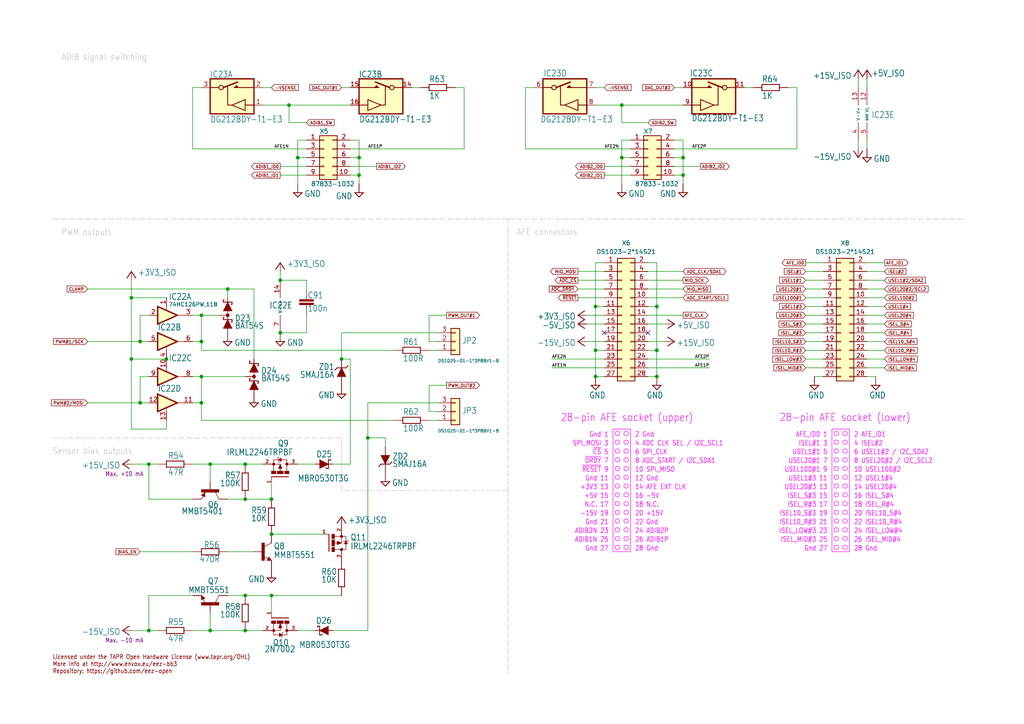
<source format=kicad_sch>
(kicad_sch (version 20230121) (generator eeschema)
  (paper "A4")
  (title_block (title "EEZ DIB MIO168") (date "2024-01-19") (rev "r3B1") (company "Envox d.o.o.") (comment 1 "https://www.envox.eu"))
  (junction (at 60.96 182.88))
  (junction (at 198.12 50.8))
  (junction (at 81.28 96.52))
  (junction (at 104.14 50.8))
  (junction (at 60.96 134.62))
  (junction (at 78.74 154.94))
  (junction (at 71.12 134.62))
  (junction (at 190.5 88.9))
  (junction (at 86.36 45.72))
  (junction (at 172.72 109.22))
  (junction (at 83.82 30.48))
  (junction (at 66.04 83.82))
  (junction (at 43.18 134.62))
  (junction (at 71.12 182.88))
  (junction (at 58.42 116.84))
  (junction (at 48.26 104.14))
  (junction (at 71.12 172.72))
  (junction (at 43.18 182.88))
  (junction (at 198.12 45.72))
  (junction (at 180.34 30.48))
  (junction (at 99.06 104.14))
  (junction (at 40.64 116.84))
  (junction (at 38.1 104.14))
  (junction (at 180.34 45.72))
  (junction (at 58.42 109.22))
  (junction (at 190.5 101.6))
  (junction (at 172.72 88.9))
  (junction (at 190.5 109.22))
  (junction (at 106.68 127))
  (junction (at 78.74 172.72))
  (junction (at 58.42 91.44))
  (junction (at 38.1 86.36))
  (junction (at 172.72 101.6))
  (junction (at 104.14 45.72))
  (junction (at 81.28 81.28))
  (junction (at 40.64 99.06))
  (junction (at 78.74 144.78))
  (junction (at 71.12 144.78))
  (junction (at 58.42 99.06))
  (no_connect (at 175.26 96.52))
  (no_connect (at 187.96 96.52))
  (wire (pts (xy 251.46 101.6) (xy 256.54 101.6)) (stroke (width 0.1524)))
  (wire (pts (xy 175.26 78.74) (xy 167.64 78.74)) (stroke (width 0.1524)))
  (wire (pts (xy 99.06 96.52) (xy 99.06 104.14)) (stroke (width 0.1524)))
  (wire (pts (xy 238.76 86.36) (xy 233.68 86.36)) (stroke (width 0.1524)))
  (wire (pts (xy 55.88 172.72) (xy 43.18 172.72)) (stroke (width 0.1524)))
  (wire (pts (xy 231.14 25.4) (xy 231.14 43.18)) (stroke (width 0.1524)))
  (wire (pts (xy 55.88 116.84) (xy 58.42 116.84)) (stroke (width 0.1524)))
  (wire (pts (xy 76.2 30.48) (xy 83.82 30.48)) (stroke (width 0.1524)))
  (wire (pts (xy 40.64 99.06) (xy 43.18 99.06)) (stroke (width 0.1524)))
  (wire (pts (xy 60.96 134.62) (xy 55.88 134.62)) (stroke (width 0.1524)))
  (wire (pts (xy 88.9 40.64) (xy 86.36 40.64)) (stroke (width 0.1524)))
  (wire (pts (xy 101.6 48.26) (xy 109.22 48.26)) (stroke (width 0.1524)))
  (wire (pts (xy 63.5 91.44) (xy 58.42 91.44)) (stroke (width 0.1524)))
  (wire (pts (xy 175.26 76.2) (xy 172.72 76.2)) (stroke (width 0.1524)))
  (wire (pts (xy 38.1 104.14) (xy 38.1 86.36)) (stroke (width 0.1524)))
  (wire (pts (xy 248.92 22.86) (xy 248.92 25.4)) (stroke (width 0.1524)))
  (wire (pts (xy 231.14 43.18) (xy 195.58 43.18)) (stroke (width 0.1524)))
  (wire (pts (xy 175.26 83.82) (xy 167.64 83.82)) (stroke (width 0.1524)))
  (wire (pts (xy 238.76 91.44) (xy 233.68 91.44)) (stroke (width 0.1524)))
  (wire (pts (xy 251.46 76.2) (xy 256.54 76.2)) (stroke (width 0.1524)))
  (wire (pts (xy 43.18 134.62) (xy 38.1 134.62)) (stroke (width 0.1524)))
  (wire (pts (xy 38.1 81.28) (xy 38.1 86.36)))
  (wire (pts (xy 187.96 106.68) (xy 205.74 106.68)) (stroke (width 0.1524)))
  (wire (pts (xy 251.46 96.52) (xy 256.54 96.52)) (stroke (width 0.1524)))
  (wire (pts (xy 238.76 81.28) (xy 233.68 81.28)) (stroke (width 0.1524)))
  (wire (pts (xy 175.26 81.28) (xy 167.64 81.28)) (stroke (width 0.1524)))
  (wire (pts (xy 187.96 86.36) (xy 198.12 86.36)) (stroke (width 0.1524)))
  (wire (pts (xy 187.96 76.2) (xy 190.5 76.2)) (stroke (width 0.1524)))
  (wire (pts (xy 101.6 43.18) (xy 134.62 43.18)) (stroke (width 0.1524)))
  (wire (pts (xy 40.64 109.22) (xy 40.64 116.84)) (stroke (width 0.1524)))
  (wire (pts (xy 76.2 134.62) (xy 71.12 134.62)) (stroke (width 0.1524)))
  (wire (pts (xy 25.4 116.84) (xy 40.64 116.84)) (stroke (width 0.1524)))
  (wire (pts (xy 238.76 96.52) (xy 233.68 96.52)) (stroke (width 0.1524)))
  (wire (pts (xy 58.42 101.6) (xy 114.3 101.6)) (stroke (width 0.1524)))
  (wire (pts (xy 106.68 116.84) (xy 106.68 127)) (stroke (width 0.1524)))
  (wire (pts (xy 134.62 25.4) (xy 134.62 43.18)) (stroke (width 0.1524)))
  (wire (pts (xy 83.82 30.48) (xy 83.82 35.56)) (stroke (width 0.1524)))
  (wire (pts (xy 187.96 91.44) (xy 198.12 91.44)) (stroke (width 0.1524)))
  (wire (pts (xy 251.46 78.74) (xy 256.54 78.74)) (stroke (width 0.1524)))
  (wire (pts (xy 251.46 106.68) (xy 256.54 106.68)) (stroke (width 0.1524)))
  (wire (pts (xy 124.46 101.6) (xy 127 101.6)) (stroke (width 0.1524)))
  (wire (pts (xy 187.96 83.82) (xy 198.12 83.82)) (stroke (width 0.1524)))
  (wire (pts (xy 106.68 182.88) (xy 106.68 127)) (stroke (width 0.1524)))
  (wire (pts (xy 58.42 116.84) (xy 58.42 109.22)) (stroke (width 0.1524)))
  (wire (pts (xy 25.4 99.06) (xy 40.64 99.06)) (stroke (width 0.1524)))
  (wire (pts (xy 180.34 40.64) (xy 180.34 45.72)) (stroke (width 0.1524)))
  (wire (pts (xy 195.58 48.26) (xy 203.2 48.26)) (stroke (width 0.1524)))
  (wire (pts (xy 88.9 96.52) (xy 88.9 91.44)) (stroke (width 0.1524)))
  (wire (pts (xy 43.18 172.72) (xy 43.18 182.88)) (stroke (width 0.1524)))
  (wire (pts (xy 231.14 25.4) (xy 228.6 25.4)) (stroke (width 0.1524)))
  (wire (pts (xy 58.42 91.44) (xy 55.88 91.44)) (stroke (width 0.1524)))
  (polyline (pts (xy 147.32 142.24) (xy 147.32 195.58)) (stroke (width 0.1524) (type dash) (color 194 194 194 1)))
  (wire (pts (xy 251.46 83.82) (xy 256.54 83.82)) (stroke (width 0.1524)))
  (wire (pts (xy 127 119.38) (xy 124.46 119.38)) (stroke (width 0.1524)))
  (wire (pts (xy 195.58 40.64) (xy 198.12 40.64)) (stroke (width 0.1524)))
  (wire (pts (xy 251.46 91.44) (xy 256.54 91.44)) (stroke (width 0.1524)))
  (wire (pts (xy 187.96 88.9) (xy 190.5 88.9)) (stroke (width 0.1524)))
  (wire (pts (xy 78.74 144.78) (xy 78.74 139.7)) (stroke (width 0.1524)))
  (wire (pts (xy 198.12 40.64) (xy 198.12 45.72)) (stroke (width 0.1524)))
  (wire (pts (xy 104.14 40.64) (xy 104.14 45.72)) (stroke (width 0.1524)))
  (wire (pts (xy 251.46 88.9) (xy 256.54 88.9)) (stroke (width 0.1524)))
  (polyline (pts (xy 99.06 127) (xy 99.06 142.24)) (stroke (width 0.1524) (type dash) (color 194 194 194 1)))
  (wire (pts (xy 193.04 99.06) (xy 187.96 99.06)) (stroke (width 0.1524)))
  (wire (pts (xy 58.42 116.84) (xy 58.42 121.92)) (stroke (width 0.1524)))
  (wire (pts (xy 78.74 154.94) (xy 93.98 154.94)) (stroke (width 0.1524)))
  (wire (pts (xy 101.6 134.62) (xy 96.52 134.62)) (stroke (width 0.1524)))
  (wire (pts (xy 172.72 25.4) (xy 175.26 25.4)) (stroke (width 0.1524)))
  (wire (pts (xy 71.12 134.62) (xy 60.96 134.62)) (stroke (width 0.1524)))
  (wire (pts (xy 238.76 93.98) (xy 233.68 93.98)) (stroke (width 0.1524)))
  (wire (pts (xy 152.4 43.18) (xy 182.88 43.18)) (stroke (width 0.1524)))
  (wire (pts (xy 99.06 30.48) (xy 101.6 30.48)))
  (wire (pts (xy 55.88 182.88) (xy 60.96 182.88)) (stroke (width 0.1524)))
  (wire (pts (xy 175.26 106.68) (xy 160.02 106.68)) (stroke (width 0.1524)))
  (wire (pts (xy 88.9 81.28) (xy 88.9 83.82)) (stroke (width 0.1524)))
  (wire (pts (xy 251.46 86.36) (xy 256.54 86.36)) (stroke (width 0.1524)))
  (wire (pts (xy 40.64 116.84) (xy 43.18 116.84)) (stroke (width 0.1524)))
  (wire (pts (xy 170.18 99.06) (xy 175.26 99.06)) (stroke (width 0.1524)))
  (wire (pts (xy 71.12 172.72) (xy 78.74 172.72)) (stroke (width 0.1524)))
  (polyline (pts (xy 99.06 127) (xy 15.24 127)) (stroke (width 0.1524) (type dash) (color 194 194 194 1)))
  (wire (pts (xy 187.96 101.6) (xy 190.5 101.6)) (stroke (width 0.1524)))
  (wire (pts (xy 175.26 104.14) (xy 160.02 104.14)) (stroke (width 0.1524)))
  (wire (pts (xy 111.76 129.54) (xy 111.76 127)) (stroke (width 0.1524)))
  (wire (pts (xy 48.26 121.92) (xy 48.26 124.46)) (stroke (width 0.1524)))
  (wire (pts (xy 66.04 83.82) (xy 25.4 83.82)) (stroke (width 0.1524)))
  (wire (pts (xy 71.12 182.88) (xy 60.96 182.88)) (stroke (width 0.1524)))
  (wire (pts (xy 78.74 177.8) (xy 78.74 172.72)) (stroke (width 0.1524)))
  (wire (pts (xy 43.18 182.88) (xy 38.1 182.88)) (stroke (width 0.1524)))
  (wire (pts (xy 66.04 83.82) (xy 66.04 86.36)) (stroke (width 0.1524)))
  (wire (pts (xy 73.66 83.82) (xy 66.04 83.82)) (stroke (width 0.1524)))
  (wire (pts (xy 175.26 101.6) (xy 172.72 101.6)) (stroke (width 0.1524)))
  (wire (pts (xy 238.76 106.68) (xy 233.68 106.68)) (stroke (width 0.1524)))
  (wire (pts (xy 83.82 35.56) (xy 88.9 35.56)) (stroke (width 0.1524)))
  (wire (pts (xy 182.88 40.64) (xy 180.34 40.64)) (stroke (width 0.1524)))
  (wire (pts (xy 104.14 45.72) (xy 104.14 50.8)) (stroke (width 0.1524)))
  (wire (pts (xy 88.9 45.72) (xy 86.36 45.72)) (stroke (width 0.1524)))
  (wire (pts (xy 152.4 25.4) (xy 152.4 43.18)) (stroke (width 0.1524)))
  (wire (pts (xy 55.88 99.06) (xy 58.42 99.06)) (stroke (width 0.1524)))
  (wire (pts (xy 55.88 144.78) (xy 43.18 144.78)) (stroke (width 0.1524)))
  (wire (pts (xy 43.18 134.62) (xy 45.72 134.62)) (stroke (width 0.1524)))
  (wire (pts (xy 124.46 111.76) (xy 124.46 119.38)) (stroke (width 0.1524)))
  (wire (pts (xy 119.38 25.4) (xy 121.92 25.4)) (stroke (width 0.1524)))
  (wire (pts (xy 182.88 50.8) (xy 175.26 50.8)) (stroke (width 0.1524)))
  (wire (pts (xy 154.94 25.4) (xy 152.4 25.4)) (stroke (width 0.1524)))
  (wire (pts (xy 172.72 76.2) (xy 172.72 88.9)) (stroke (width 0.1524)))
  (wire (pts (xy 71.12 144.78) (xy 66.04 144.78)) (stroke (width 0.1524)))
  (wire (pts (xy 48.26 104.14) (xy 38.1 104.14)) (stroke (width 0.1524)))
  (wire (pts (xy 187.96 104.14) (xy 205.74 104.14)) (stroke (width 0.1524)))
  (wire (pts (xy 58.42 101.6) (xy 58.42 99.06)) (stroke (width 0.1524)))
  (wire (pts (xy 218.44 25.4) (xy 215.9 25.4)) (stroke (width 0.1524)))
  (wire (pts (xy 172.72 101.6) (xy 172.72 109.22)) (stroke (width 0.1524)))
  (wire (pts (xy 40.64 160.02) (xy 55.88 160.02)) (stroke (width 0.1524)))
  (wire (pts (xy 180.34 35.56) (xy 187.96 35.56)) (stroke (width 0.1524)))
  (wire (pts (xy 101.6 40.64) (xy 104.14 40.64)) (stroke (width 0.1524)))
  (wire (pts (xy 180.34 30.48) (xy 180.34 35.56)) (stroke (width 0.1524)))
  (wire (pts (xy 48.26 86.36) (xy 38.1 86.36)) (stroke (width 0.1524)))
  (wire (pts (xy 99.06 96.52) (xy 127 96.52)) (stroke (width 0.1524)))
  (wire (pts (xy 58.42 25.4) (xy 55.88 25.4)) (stroke (width 0.1524)))
  (wire (pts (xy 66.04 160.02) (xy 73.66 160.02)) (stroke (width 0.1524)))
  (wire (pts (xy 238.76 99.06) (xy 233.68 99.06)) (stroke (width 0.1524)))
  (polyline (pts (xy 279.4 63.5) (xy 147.32 63.5)) (stroke (width 0.1524) (type dash) (color 194 194 194 1)))
  (wire (pts (xy 43.18 144.78) (xy 43.18 134.62)) (stroke (width 0.1524)))
  (wire (pts (xy 45.72 182.88) (xy 43.18 182.88)) (stroke (width 0.1524)))
  (wire (pts (xy 175.26 86.36) (xy 167.64 86.36)) (stroke (width 0.1524)))
  (wire (pts (xy 190.5 88.9) (xy 190.5 101.6)) (stroke (width 0.1524)))
  (wire (pts (xy 86.36 45.72) (xy 86.36 53.34)) (stroke (width 0.1524)))
  (wire (pts (xy 81.28 81.28) (xy 88.9 81.28)) (stroke (width 0.1524)))
  (wire (pts (xy 187.96 93.98) (xy 193.04 93.98)) (stroke (width 0.1524)))
  (wire (pts (xy 190.5 101.6) (xy 190.5 109.22)) (stroke (width 0.1524)))
  (wire (pts (xy 251.46 99.06) (xy 256.54 99.06)) (stroke (width 0.1524)))
  (wire (pts (xy 88.9 48.26) (xy 81.28 48.26)) (stroke (width 0.1524)))
  (wire (pts (xy 83.82 30.48) (xy 99.06 30.48)) (stroke (width 0.1524)))
  (wire (pts (xy 238.76 83.82) (xy 233.68 83.82)) (stroke (width 0.1524)))
  (wire (pts (xy 101.6 104.14) (xy 101.6 134.62)) (stroke (width 0.1524)))
  (wire (pts (xy 195.58 45.72) (xy 198.12 45.72)) (stroke (width 0.1524)))
  (wire (pts (xy 198.12 50.8) (xy 198.12 53.34)) (stroke (width 0.1524)))
  (wire (pts (xy 88.9 50.8) (xy 81.28 50.8)) (stroke (width 0.1524)))
  (wire (pts (xy 55.88 25.4) (xy 55.88 43.18)) (stroke (width 0.1524)))
  (wire (pts (xy 101.6 45.72) (xy 104.14 45.72)) (stroke (width 0.1524)))
  (wire (pts (xy 251.46 109.22) (xy 254 109.22)) (stroke (width 0.1524)))
  (wire (pts (xy 60.96 139.7) (xy 60.96 134.62)) (stroke (width 0.1524)))
  (wire (pts (xy 180.34 30.48) (xy 198.12 30.48)) (stroke (width 0.1524)))
  (wire (pts (xy 170.18 91.44) (xy 175.26 91.44)) (stroke (width 0.1524)))
  (wire (pts (xy 73.66 104.14) (xy 73.66 83.82)) (stroke (width 0.1524)))
  (wire (pts (xy 251.46 81.28) (xy 256.54 81.28)) (stroke (width 0.1524)))
  (wire (pts (xy 58.42 109.22) (xy 55.88 109.22)) (stroke (width 0.1524)))
  (wire (pts (xy 238.76 78.74) (xy 233.68 78.74)) (stroke (width 0.1524)))
  (wire (pts (xy 172.72 30.48) (xy 180.34 30.48)) (stroke (width 0.1524)))
  (wire (pts (xy 111.76 127) (xy 106.68 127)) (stroke (width 0.1524)))
  (wire (pts (xy 60.96 182.88) (xy 60.96 177.8)) (stroke (width 0.1524)))
  (wire (pts (xy 101.6 50.8) (xy 104.14 50.8)) (stroke (width 0.1524)))
  (wire (pts (xy 55.88 43.18) (xy 88.9 43.18)) (stroke (width 0.1524)))
  (polyline (pts (xy 147.32 63.5) (xy 147.32 142.24)) (stroke (width 0.1524) (type dash) (color 194 194 194 1)))
  (wire (pts (xy 101.6 25.4) (xy 99.06 25.4)) (stroke (width 0.1524)))
  (wire (pts (xy 71.12 172.72) (xy 66.04 172.72)) (stroke (width 0.1524)))
  (wire (pts (xy 76.2 25.4) (xy 78.74 25.4)) (stroke (width 0.1524)))
  (wire (pts (xy 238.76 109.22) (xy 236.22 109.22)) (stroke (width 0.1524)))
  (wire (pts (xy 198.12 25.4) (xy 195.58 25.4)) (stroke (width 0.1524)))
  (wire (pts (xy 129.54 91.44) (xy 124.46 91.44)) (stroke (width 0.1524)))
  (wire (pts (xy 172.72 88.9) (xy 172.72 101.6)) (stroke (width 0.1524)))
  (wire (pts (xy 86.36 134.62) (xy 91.44 134.62)) (stroke (width 0.1524)))
  (wire (pts (xy 238.76 88.9) (xy 233.68 88.9)) (stroke (width 0.1524)))
  (wire (pts (xy 124.46 91.44) (xy 124.46 99.06)) (stroke (width 0.1524)))
  (wire (pts (xy 187.96 109.22) (xy 190.5 109.22)) (stroke (width 0.1524)))
  (wire (pts (xy 76.2 182.88) (xy 71.12 182.88)) (stroke (width 0.1524)))
  (wire (pts (xy 114.3 121.92) (xy 58.42 121.92)) (stroke (width 0.1524)))
  (wire (pts (xy 182.88 48.26) (xy 175.26 48.26)) (stroke (width 0.1524)))
  (wire (pts (xy 127 116.84) (xy 106.68 116.84)) (stroke (width 0.1524)))
  (wire (pts (xy 43.18 109.22) (xy 40.64 109.22)) (stroke (width 0.1524)))
  (wire (pts (xy 124.46 111.76) (xy 129.54 111.76)) (stroke (width 0.1524)))
  (wire (pts (xy 86.36 40.64) (xy 86.36 45.72)) (stroke (width 0.1524)))
  (wire (pts (xy 43.18 91.44) (xy 40.64 91.44)) (stroke (width 0.1524)))
  (wire (pts (xy 238.76 76.2) (xy 233.68 76.2)) (stroke (width 0.1524)))
  (wire (pts (xy 238.76 104.14) (xy 233.68 104.14)) (stroke (width 0.1524)))
  (wire (pts (xy 38.1 104.14) (xy 38.1 124.46)) (stroke (width 0.1524)))
  (wire (pts (xy 170.18 93.98) (xy 175.26 93.98)) (stroke (width 0.1524)))
  (wire (pts (xy 175.26 88.9) (xy 172.72 88.9)) (stroke (width 0.1524)))
  (wire (pts (xy 78.74 144.78) (xy 71.12 144.78)) (stroke (width 0.1524)))
  (wire (pts (xy 195.58 50.8) (xy 198.12 50.8)) (stroke (width 0.1524)))
  (wire (pts (xy 86.36 182.88) (xy 91.44 182.88)) (stroke (width 0.1524)))
  (wire (pts (xy 248.92 43.18) (xy 248.92 40.64)) (stroke (width 0.1524)))
  (wire (pts (xy 251.46 93.98) (xy 256.54 93.98)) (stroke (width 0.1524)))
  (wire (pts (xy 127 121.92) (xy 124.46 121.92)))
  (wire (pts (xy 58.42 99.06) (xy 58.42 91.44)) (stroke (width 0.1524)))
  (wire (pts (xy 251.46 22.86) (xy 251.46 25.4)) (stroke (width 0.1524)))
  (wire (pts (xy 251.46 104.14) (xy 256.54 104.14)) (stroke (width 0.1524)))
  (wire (pts (xy 132.08 25.4) (xy 134.62 25.4)) (stroke (width 0.1524)))
  (wire (pts (xy 71.12 109.22) (xy 58.42 109.22)) (stroke (width 0.1524)))
  (wire (pts (xy 182.88 45.72) (xy 180.34 45.72)) (stroke (width 0.1524)))
  (wire (pts (xy 78.74 172.72) (xy 99.06 172.72)) (stroke (width 0.1524)))
  (wire (pts (xy 190.5 76.2) (xy 190.5 88.9)) (stroke (width 0.1524)))
  (wire (pts (xy 81.28 96.52) (xy 88.9 96.52)) (stroke (width 0.1524)))
  (wire (pts (xy 104.14 50.8) (xy 104.14 53.34)) (stroke (width 0.1524)))
  (wire (pts (xy 187.96 78.74) (xy 198.12 78.74)) (stroke (width 0.1524)))
  (wire (pts (xy 124.46 99.06) (xy 127 99.06)) (stroke (width 0.1524)))
  (wire (pts (xy 40.64 91.44) (xy 40.64 99.06)) (stroke (width 0.1524)))
  (wire (pts (xy 238.76 101.6) (xy 233.68 101.6)) (stroke (width 0.1524)))
  (polyline (pts (xy 147.32 63.5) (xy 15.24 63.5)) (stroke (width 0.1524) (type dash) (color 194 194 194 1)))
  (wire (pts (xy 187.96 81.28) (xy 198.12 81.28)) (stroke (width 0.1524)))
  (wire (pts (xy 81.28 78.74) (xy 81.28 81.28)) (stroke (width 0.1524)))
  (wire (pts (xy 180.34 45.72) (xy 180.34 53.34)) (stroke (width 0.1524)))
  (wire (pts (xy 175.26 109.22) (xy 172.72 109.22)) (stroke (width 0.1524)))
  (wire (pts (xy 251.46 43.18) (xy 251.46 40.64)))
  (wire (pts (xy 198.12 45.72) (xy 198.12 50.8)) (stroke (width 0.1524)))
  (wire (pts (xy 99.06 104.14) (xy 101.6 104.14)) (stroke (width 0.1524)))
  (polyline (pts (xy 147.32 142.24) (xy 99.06 142.24)) (stroke (width 0.1524) (type dash) (color 194 194 194 1)))
  (wire (pts (xy 48.26 124.46) (xy 38.1 124.46)) (stroke (width 0.1524)))
  (wire (pts (xy 96.52 182.88) (xy 106.68 182.88)) (stroke (width 0.1524)))
  (circle (center 242.57 133.35) (radius 0.635) (stroke (width 0.1524) (color 255 0 255 1)))
  (circle (center 245.11 148.59) (radius 0.635) (stroke (width 0.1524) (color 255 0 255 1)))
  (circle (center 245.11 125.73) (radius 0.635) (stroke (width 0.1524) (color 255 0 255 1)))
  (circle (center 179.07 125.73) (radius 0.635) (stroke (width 0.1524) (color 255 0 255 1)))
  (circle (center 181.61 146.05) (radius 0.635) (stroke (width 0.1524) (color 255 0 255 1)))
  (circle (center 179.07 130.81) (radius 0.635) (stroke (width 0.1524) (color 255 0 255 1)))
  (circle (center 179.07 135.89) (radius 0.635) (stroke (width 0.1524) (color 255 0 255 1)))
  (rectangle (start 177.8 124.46) (end 182.88 160.02) (stroke (width 0) (color 255 0 255 1)))
  (circle (center 245.11 146.05) (radius 0.635) (stroke (width 0.1524) (color 255 0 255 1)))
  (circle (center 179.07 138.43) (radius 0.635) (stroke (width 0.1524) (color 255 0 255 1)))
  (circle (center 179.07 151.13) (radius 0.635) (stroke (width 0.1524) (color 255 0 255 1)))
  (circle (center 242.57 151.13) (radius 0.635) (stroke (width 0.1524) (color 255 0 255 1)))
  (circle (center 245.11 158.75) (radius 0.635) (stroke (width 0.1524) (color 255 0 255 1)))
  (circle (center 242.57 138.43) (radius 0.635) (stroke (width 0.1524) (color 255 0 255 1)))
  (circle (center 179.07 158.75) (radius 0.635) (stroke (width 0.1524) (color 255 0 255 1)))
  (circle (center 242.57 135.89) (radius 0.635) (stroke (width 0.1524) (color 255 0 255 1)))
  (circle (center 242.57 146.05) (radius 0.635) (stroke (width 0.1524) (color 255 0 255 1)))
  (circle (center 242.57 153.67) (radius 0.635) (stroke (width 0.1524) (color 255 0 255 1)))
  (circle (center 181.61 125.73) (radius 0.635) (stroke (width 0.1524) (color 255 0 255 1)))
  (circle (center 181.61 135.89) (radius 0.635) (stroke (width 0.1524) (color 255 0 255 1)))
  (circle (center 242.57 156.21) (radius 0.635) (stroke (width 0.1524) (color 255 0 255 1)))
  (circle (center 181.61 153.67) (radius 0.635) (stroke (width 0.1524) (color 255 0 255 1)))
  (circle (center 179.07 146.05) (radius 0.635) (stroke (width 0.1524) (color 255 0 255 1)))
  (circle (center 245.11 138.43) (radius 0.635) (stroke (width 0.1524) (color 255 0 255 1)))
  (circle (center 179.07 140.97) (radius 0.635) (stroke (width 0.1524) (color 255 0 255 1)))
  (circle (center 245.11 140.97) (radius 0.635) (stroke (width 0.1524) (color 255 0 255 1)))
  (circle (center 181.61 128.27) (radius 0.635) (stroke (width 0.1524) (color 255 0 255 1)))
  (circle (center 181.61 133.35) (radius 0.635) (stroke (width 0.1524) (color 255 0 255 1)))
  (circle (center 179.07 156.21) (radius 0.635) (stroke (width 0.1524) (color 255 0 255 1)))
  (circle (center 245.11 130.81) (radius 0.635) (stroke (width 0.1524) (color 255 0 255 1)))
  (circle (center 181.61 130.81) (radius 0.635) (stroke (width 0.1524) (color 255 0 255 1)))
  (circle (center 181.61 138.43) (radius 0.635) (stroke (width 0.1524) (color 255 0 255 1)))
  (circle (center 179.07 148.59) (radius 0.635) (stroke (width 0.1524) (color 255 0 255 1)))
  (circle (center 242.57 130.81) (radius 0.635) (stroke (width 0.1524) (color 255 0 255 1)))
  (circle (center 242.57 125.73) (radius 0.635) (stroke (width 0.1524) (color 255 0 255 1)))
  (circle (center 242.57 128.27) (radius 0.635) (stroke (width 0.1524) (color 255 0 255 1)))
  (circle (center 179.07 153.67) (radius 0.635) (stroke (width 0.1524) (color 255 0 255 1)))
  (circle (center 179.07 143.51) (radius 0.635) (stroke (width 0.1524) (color 255 0 255 1)))
  (circle (center 245.11 156.21) (radius 0.635) (stroke (width 0.1524) (color 255 0 255 1)))
  (circle (center 181.61 143.51) (radius 0.635) (stroke (width 0.1524) (color 255 0 255 1)))
  (circle (center 181.61 151.13) (radius 0.635) (stroke (width 0.1524) (color 255 0 255 1)))
  (circle (center 179.07 133.35) (radius 0.635) (stroke (width 0.1524) (color 255 0 255 1)))
  (circle (center 242.57 158.75) (radius 0.635) (stroke (width 0.1524) (color 255 0 255 1)))
  (circle (center 181.61 156.21) (radius 0.635) (stroke (width 0.1524) (color 255 0 255 1)))
  (circle (center 245.11 135.89) (radius 0.635) (stroke (width 0.1524) (color 255 0 255 1)))
  (circle (center 179.07 128.27) (radius 0.635) (stroke (width 0.1524) (color 255 0 255 1)))
  (circle (center 181.61 158.75) (radius 0.635) (stroke (width 0.1524) (color 255 0 255 1)))
  (circle (center 181.61 140.97) (radius 0.635) (stroke (width 0.1524) (color 255 0 255 1)))
  (circle (center 242.57 148.59) (radius 0.635) (stroke (width 0.1524) (color 255 0 255 1)))
  (circle (center 245.11 133.35) (radius 0.635) (stroke (width 0.1524) (color 255 0 255 1)))
  (circle (center 181.61 148.59) (radius 0.635) (stroke (width 0.1524) (color 255 0 255 1)))
  (circle (center 242.57 140.97) (radius 0.635) (stroke (width 0.1524) (color 255 0 255 1)))
  (rectangle (start 241.3 124.46) (end 246.38 160.02) (stroke (width 0) (color 255 0 255 1)))
  (circle (center 245.11 143.51) (radius 0.635) (stroke (width 0.1524) (color 255 0 255 1)))
  (circle (center 242.57 143.51) (radius 0.635) (stroke (width 0.1524) (color 255 0 255 1)))
  (circle (center 245.11 153.67) (radius 0.635) (stroke (width 0.1524) (color 255 0 255 1)))
  (circle (center 245.11 151.13) (radius 0.635) (stroke (width 0.1524) (color 255 0 255 1)))
  (circle (center 245.11 128.27) (radius 0.635) (stroke (width 0.1524) (color 255 0 255 1)))
  (text "8 ADC_START / I2C_SDA1" (at 184.15 134.62 0) (effects (font (size 1.4224 1.209)) (justify left bottom)))
  (text "~{CS} 5" (at 176.53 132.08 0) (effects (font (size 1.4224 1.209)) (justify right bottom)))
  (text "28-pin AFE socket (upper)" (at 162.56 122.555 0) (effects (font (size 2.1844 1.8567)) (justify left bottom)))
  (text "22 ISEL10_R#4" (at 247.65 152.4 0) (effects (font (size 1.4224 1.209)) (justify left bottom)))
  (text "ISEL#1 3" (at 240.03 129.54 0) (effects (font (size 1.4224 1.209)) (justify right bottom)))
  (text "USEL100#1 9" (at 240.03 137.16 0) (effects (font (size 1.4224 1.209)) (justify right bottom)))
  (text "N.C. 17" (at 176.53 147.32 0) (effects (font (size 1.4224 1.209)) (justify right bottom)))
  (text "12 USEL1#4" (at 247.65 139.7 0) (effects (font (size 1.4224 1.209)) (justify left bottom)))
  (text "ADIB2N 23" (at 176.53 154.94 0) (effects (font (size 1.4224 1.209)) (justify right bottom)))
  (text "ISEL_S#3 15" (at 240.03 144.78 0) (effects (font (size 1.4224 1.209)) (justify right bottom)))
  (text "4 ADC CLK SEL / I2C_SCL1" (at 184.15 129.54 0) (effects (font (size 1.4224 1.209)) (justify left bottom)))
  (text "28 Gnd" (at 184.15 160.02 0) (effects (font (size 1.4224 1.209)) (justify left bottom)))
  (text "22 Gnd" (at 184.15 152.4 0) (effects (font (size 1.4224 1.209)) (justify left bottom)))
  (text "6 SPI_CLK" (at 184.15 132.08 0) (effects (font (size 1.4224 1.209)) (justify left bottom)))
  (text "Gnd 11" (at 176.53 139.7 0) (effects (font (size 1.4224 1.209)) (justify right bottom)))
  (text "8 USEL20#2 / I2C_SCL2" (at 247.65 134.62 0) (effects (font (size 1.4224 1.209)) (justify left bottom)))
  (text "24 ISEL_LOW#4" (at 247.65 154.94 0) (effects (font (size 1.4224 1.209)) (justify left bottom)))
  (text "AFE_ID0 1" (at 240.03 127 0) (effects (font (size 1.4224 1.209)) (justify right bottom)))
  (text "Gnd 1" (at 176.53 127 0) (effects (font (size 1.4224 1.209)) (justify right bottom)))
  (text "26 ADIB1P" (at 184.15 157.48 0) (effects (font (size 1.4224 1.209)) (justify left bottom)))
  (text "AFE connectors" (at 149.86 68.58 0) (effects (font (size 1.778 1.5113)) (justify left bottom)))
  (text "~{RESET} 9" (at 176.53 137.16 0) (effects (font (size 1.4224 1.209)) (justify right bottom)))
  (text "12 Gnd" (at 184.15 139.7 0) (effects (font (size 1.4224 1.209)) (justify left bottom)))
  (text "ISEL_MID#3 25" (at 240.03 157.48 0) (effects (font (size 1.4224 1.209)) (justify right bottom)))
  (text "+5V 15" (at 176.53 144.78 0) (effects (font (size 1.4224 1.209)) (justify right bottom)))
  (text "18 ISEL_R#4" (at 247.65 147.32 0) (effects (font (size 1.4224 1.209)) (justify left bottom)))
  (text "Gnd 27" (at 176.53 160.02 0) (effects (font (size 1.4224 1.209)) (justify right bottom)))
  (text "Licensed under the TAPR Open Hardware License (www.tapr.org/OHL)\nMore info at http://www.envox.eu/eez-bb3\nRepository: https://github.com/eez-open" (at 15.24 195.58 0) (effects (font (size 1.27 1.0795)) (justify left bottom)))
  (text "Max. -10 mA" (at 30.48 186.69 0) (effects (font (size 1.27 1.0795)) (justify left bottom)))
  (text "24 ADIB2P" (at 184.15 154.94 0) (effects (font (size 1.4224 1.209)) (justify left bottom)))
  (text "28-pin AFE socket (lower)" (at 226.06 122.555 0) (effects (font (size 2.1844 1.8567)) (justify left bottom)))
  (text "4 ISEL#2" (at 247.65 129.54 0) (effects (font (size 1.4224 1.209)) (justify left bottom)))
  (text "2 Gnd" (at 184.15 127 0) (effects (font (size 1.4224 1.209)) (justify left bottom)))
  (text "6 USEL1#2 / I2C_SDA2" (at 247.65 132.08 0) (effects (font (size 1.4224 1.209)) (justify left bottom)))
  (text "Max. +10 mA" (at 30.48 138.43 0) (effects (font (size 1.27 1.0795)) (justify left bottom)))
  (text "+3V3 13" (at 176.53 142.24 0) (effects (font (size 1.4224 1.209)) (justify right bottom)))
  (text "10 USEL100#2" (at 247.65 137.16 0) (effects (font (size 1.4224 1.209)) (justify left bottom)))
  (text "26 ISEL_MID#4" (at 247.65 157.48 0) (effects (font (size 1.4224 1.209)) (justify left bottom)))
  (text "Sensor bias outputs" (at 15.24 132.08 0) (effects (font (size 1.778 1.5113)) (justify left bottom)))
  (text "18 N.C." (at 184.15 147.32 0) (effects (font (size 1.4224 1.209)) (justify left bottom)))
  (text "Gnd 21" (at 176.53 152.4 0) (effects (font (size 1.4224 1.209)) (justify right bottom)))
  (text "20 ISEL10_S#4" (at 247.65 149.86 0) (effects (font (size 1.4224 1.209)) (justify left bottom)))
  (text "ADIB1N 25" (at 176.53 157.48 0) (effects (font (size 1.4224 1.209)) (justify right bottom)))
  (text "USEL1#3 11" (at 240.03 139.7 0) (effects (font (size 1.4224 1.209)) (justify right bottom)))
  (text "USEL20#1 7" (at 240.03 134.62 0) (effects (font (size 1.4224 1.209)) (justify right bottom)))
  (text "ADIB signal switching" (at 17.78 17.78 0) (effects (font (size 1.778 1.5113)) (justify left bottom)))
  (text "ISEL10_S#3 19" (at 240.03 149.86 0) (effects (font (size 1.4224 1.209)) (justify right bottom)))
  (text "16 -5V" (at 184.15 144.78 0) (effects (font (size 1.4224 1.209)) (justify left bottom)))
  (text "ISEL_R#3 17" (at 240.03 147.32 0) (effects (font (size 1.4224 1.209)) (justify right bottom)))
  (text "14 AFE EXT CLK" (at 184.15 142.24 0) (effects (font (size 1.4224 1.209)) (justify left bottom)))
  (text "2 AFE_ID1" (at 247.65 127 0) (effects (font (size 1.4224 1.209)) (justify left bottom)))
  (text "ISEL10_R#3 21" (at 240.03 152.4 0) (effects (font (size 1.4224 1.209)) (justify right bottom)))
  (text "ISEL_LOW#3 23" (at 240.03 154.94 0) (effects (font (size 1.4224 1.209)) (justify right bottom)))
  (text "~{DRDY} 7" (at 176.53 134.62 0) (effects (font (size 1.4224 1.209)) (justify right bottom)))
  (text "20 +15V" (at 184.15 149.86 0) (effects (font (size 1.4224 1.209)) (justify left bottom)))
  (text "PWM outputs" (at 17.78 68.58 0) (effects (font (size 1.778 1.5113)) (justify left bottom)))
  (text "SPI_MOSI 3" (at 176.53 129.54 0) (effects (font (size 1.4224 1.209)) (justify right bottom)))
  (text "USEL1#1 5" (at 240.03 132.08 0) (effects (font (size 1.4224 1.209)) (justify right bottom)))
  (text "16 ISEL_S#4" (at 247.65 144.78 0) (effects (font (size 1.4224 1.209)) (justify left bottom)))
  (text "28 Gnd" (at 247.65 160.02 0) (effects (font (size 1.4224 1.209)) (justify left bottom)))
  (text "USEL20#3 13" (at 240.03 142.24 0) (effects (font (size 1.4224 1.209)) (justify right bottom)))
  (text "10 SPI_MISO" (at 184.15 137.16 0) (effects (font (size 1.4224 1.209)) (justify left bottom)))
  (text "14 USEL20#4" (at 247.65 142.24 0) (effects (font (size 1.4224 1.209)) (justify left bottom)))
  (text "Gnd 27" (at 240.03 160.02 0) (effects (font (size 1.4224 1.209)) (justify right bottom)))
  (text "-15V 19" (at 176.53 149.86 0) (effects (font (size 1.4224 1.209)) (justify right bottom)))
  (label "AFE1N" (at 83.82 43.18 180) (effects (font (size 0.889 0.889))))
  (label "AFE2N" (at 160.02 104.14 0) (effects (font (size 0.889 0.889))))
  (label "AFE2P" (at 200.66 43.18 0) (effects (font (size 0.889 0.889))))
  (label "AFE1P" (at 106.68 43.18 0) (effects (font (size 0.889 0.889))))
  (label "AFE2P" (at 205.74 104.14 180) (effects (font (size 0.889 0.889))))
  (label "AFE2N" (at 175.26 43.18 0) (effects (font (size 0.889 0.889))))
  (label "AFE1N" (at 160.02 106.68 0) (effects (font (size 0.889 0.889))))
  (label "AFE1P" (at 205.74 106.68 180) (effects (font (size 0.889 0.889))))
  (global_label "USEL20#2{slash}SCL2" (shape input) (at 256.54 83.82 0) (effects (font (size 0.889 0.889))) (property "Intersheetrefs" "${INTERSHEET_REFS}" (effects hide)))
  (global_label "ADIB2_ID2" (shape output) (at 203.2 48.26 0) (effects (font (size 0.889 0.889))) (property "Intersheetrefs" "${INTERSHEET_REFS}" (effects hide)))
  (global_label "USEL20#4" (shape input) (at 256.54 91.44 0) (effects (font (size 0.889 0.889))) (property "Intersheetrefs" "${INTERSHEET_REFS}" (effects hide)))
  (global_label "ADIB1_ID0" (shape output) (at 81.28 48.26 180) (effects (font (size 0.889 0.889))) (property "Intersheetrefs" "${INTERSHEET_REFS}" (effects hide)))
  (global_label "ISEL#1" (shape input) (at 233.68 78.74 180) (effects (font (size 0.889 0.889))) (property "Intersheetrefs" "${INTERSHEET_REFS}" (effects hide)))
  (global_label "-VSENSE" (shape input) (at 78.74 25.4 0) (effects (font (size 0.889 0.889))) (property "Intersheetrefs" "${INTERSHEET_REFS}" (effects hide)))
  (global_label "ADIB1_ID2" (shape output) (at 109.22 48.26 0) (effects (font (size 0.889 0.889))) (property "Intersheetrefs" "${INTERSHEET_REFS}" (effects hide)))
  (global_label "~{ADC_DRDY}" (shape input) (at 167.64 83.82 180) (effects (font (size 0.889 0.889))) (property "Intersheetrefs" "${INTERSHEET_REFS}" (effects hide)))
  (global_label "MIO_SCK" (shape output) (at 198.12 81.28 0) (effects (font (size 0.889 0.889))) (property "Intersheetrefs" "${INTERSHEET_REFS}" (effects hide)))
  (global_label "PWM#1{slash}SCK" (shape input) (at 25.4 99.06 180) (effects (font (size 0.889 0.889))) (property "Intersheetrefs" "${INTERSHEET_REFS}" (effects hide)))
  (global_label "AFE_ID1" (shape output) (at 256.54 76.2 0) (effects (font (size 0.889 0.889))) (property "Intersheetrefs" "${INTERSHEET_REFS}" (effects hide)))
  (global_label "ISEL_R#4" (shape input) (at 256.54 96.52 0) (effects (font (size 0.889 0.889))) (property "Intersheetrefs" "${INTERSHEET_REFS}" (effects hide)))
  (global_label "ISEL_LOW#3" (shape input) (at 233.68 104.14 180) (effects (font (size 0.889 0.889))) (property "Intersheetrefs" "${INTERSHEET_REFS}" (effects hide)))
  (global_label "ISEL_MID#3" (shape input) (at 233.68 106.68 180) (effects (font (size 0.889 0.889))) (property "Intersheetrefs" "${INTERSHEET_REFS}" (effects hide)))
  (global_label "AFE_CLK" (shape output) (at 198.12 91.44 0) (effects (font (size 0.889 0.889))) (property "Intersheetrefs" "${INTERSHEET_REFS}" (effects hide)))
  (global_label "USEL100#1" (shape input) (at 233.68 86.36 180) (effects (font (size 0.889 0.889))) (property "Intersheetrefs" "${INTERSHEET_REFS}" (effects hide)))
  (global_label "ADC_CLK{slash}SDA1" (shape bidirectional) (at 198.12 78.74 0) (effects (font (size 0.889 0.889))) (property "Intersheetrefs" "${INTERSHEET_REFS}" (effects hide)))
  (global_label "USEL1#4" (shape input) (at 256.54 88.9 0) (effects (font (size 0.889 0.889))) (property "Intersheetrefs" "${INTERSHEET_REFS}" (effects hide)))
  (global_label "ISEL_MID#4" (shape input) (at 256.54 106.68 0) (effects (font (size 0.889 0.889))) (property "Intersheetrefs" "${INTERSHEET_REFS}" (effects hide)))
  (global_label "PWM_OUT#2" (shape output) (at 129.54 111.76 0) (effects (font (size 0.889 0.889))) (property "Intersheetrefs" "${INTERSHEET_REFS}" (effects hide)))
  (global_label "MIO_MISO" (shape input) (at 198.12 83.82 0) (effects (font (size 0.889 0.889))) (property "Intersheetrefs" "${INTERSHEET_REFS}" (effects hide)))
  (global_label "ISEL_R#3" (shape input) (at 233.68 96.52 180) (effects (font (size 0.889 0.889))) (property "Intersheetrefs" "${INTERSHEET_REFS}" (effects hide)))
  (global_label "ADIB2_SW" (shape input) (at 187.96 35.56 0) (effects (font (size 0.889 0.889))) (property "Intersheetrefs" "${INTERSHEET_REFS}" (effects hide)))
  (global_label "DAC_OUT#2" (shape input) (at 195.58 25.4 180) (effects (font (size 0.889 0.889))) (property "Intersheetrefs" "${INTERSHEET_REFS}" (effects hide)))
  (global_label "ADIB2_ID0" (shape output) (at 175.26 48.26 180) (effects (font (size 0.889 0.889))) (property "Intersheetrefs" "${INTERSHEET_REFS}" (effects hide)))
  (global_label "MIO_MOSI" (shape output) (at 167.64 78.74 180) (effects (font (size 0.889 0.889))) (property "Intersheetrefs" "${INTERSHEET_REFS}" (effects hide)))
  (global_label "~{ADC_CS}" (shape output) (at 167.64 81.28 180) (effects (font (size 0.889 0.889))) (property "Intersheetrefs" "${INTERSHEET_REFS}" (effects hide)))
  (global_label "ISEL_S#4" (shape input) (at 256.54 93.98 0) (effects (font (size 0.889 0.889))) (property "Intersheetrefs" "${INTERSHEET_REFS}" (effects hide)))
  (global_label "USEL1#3" (shape input) (at 233.68 88.9 180) (effects (font (size 0.889 0.889))) (property "Intersheetrefs" "${INTERSHEET_REFS}" (effects hide)))
  (global_label "PWM#2{slash}MOSI" (shape input) (at 25.4 116.84 180) (effects (font (size 0.889 0.889))) (property "Intersheetrefs" "${INTERSHEET_REFS}" (effects hide)))
  (global_label "ISEL10_S#4" (shape input) (at 256.54 99.06 0) (effects (font (size 0.889 0.889))) (property "Intersheetrefs" "${INTERSHEET_REFS}" (effects hide)))
  (global_label "ADIB2_ID1" (shape output) (at 175.26 50.8 180) (effects (font (size 0.889 0.889))) (property "Intersheetrefs" "${INTERSHEET_REFS}" (effects hide)))
  (global_label "ISEL#2" (shape input) (at 256.54 78.74 0) (effects (font (size 0.889 0.889))) (property "Intersheetrefs" "${INTERSHEET_REFS}" (effects hide)))
  (global_label "AFE_ID0" (shape output) (at 233.68 76.2 180) (effects (font (size 0.889 0.889))) (property "Intersheetrefs" "${INTERSHEET_REFS}" (effects hide)))
  (global_label "ISEL10_R#4" (shape input) (at 256.54 101.6 0) (effects (font (size 0.889 0.889))) (property "Intersheetrefs" "${INTERSHEET_REFS}" (effects hide)))
  (global_label "ADIB1_SW" (shape input) (at 88.9 35.56 0) (effects (font (size 0.889 0.889))) (property "Intersheetrefs" "${INTERSHEET_REFS}" (effects hide)))
  (global_label "CLAMP" (shape input) (at 25.4 83.82 180) (effects (font (size 0.889 0.889))) (property "Intersheetrefs" "${INTERSHEET_REFS}" (effects hide)))
  (global_label "USEL1#2{slash}SDA2" (shape input) (at 256.54 81.28 0) (effects (font (size 0.889 0.889))) (property "Intersheetrefs" "${INTERSHEET_REFS}" (effects hide)))
  (global_label "ISEL10_S#3" (shape input) (at 233.68 99.06 180) (effects (font (size 0.889 0.889))) (property "Intersheetrefs" "${INTERSHEET_REFS}" (effects hide)))
  (global_label "USEL20#1" (shape input) (at 233.68 83.82 180) (effects (font (size 0.889 0.889))) (property "Intersheetrefs" "${INTERSHEET_REFS}" (effects hide)))
  (global_label "USEL100#2" (shape input) (at 256.54 86.36 0) (effects (font (size 0.889 0.889))) (property "Intersheetrefs" "${INTERSHEET_REFS}" (effects hide)))
  (global_label "DAC_OUT#1" (shape input) (at 99.06 25.4 180) (effects (font (size 0.889 0.889))) (property "Intersheetrefs" "${INTERSHEET_REFS}" (effects hide)))
  (global_label "ADC_START{slash}SCL1" (shape input) (at 198.12 86.36 0) (effects (font (size 0.889 0.889))) (property "Intersheetrefs" "${INTERSHEET_REFS}" (effects hide)))
  (global_label "BIAS_EN" (shape input) (at 40.64 160.02 180) (effects (font (size 0.889 0.889))) (property "Intersheetrefs" "${INTERSHEET_REFS}" (effects hide)))
  (global_label "~{RESET}" (shape output) (at 167.64 86.36 180) (effects (font (size 0.889 0.889))) (property "Intersheetrefs" "${INTERSHEET_REFS}" (effects hide)))
  (global_label "ISEL_LOW#4" (shape input) (at 256.54 104.14 0) (effects (font (size 0.889 0.889))) (property "Intersheetrefs" "${INTERSHEET_REFS}" (effects hide)))
  (global_label "ADIB1_ID1" (shape output) (at 81.28 50.8 180) (effects (font (size 0.889 0.889))) (property "Intersheetrefs" "${INTERSHEET_REFS}" (effects hide)))
  (global_label "USEL20#3" (shape input) (at 233.68 91.44 180) (effects (font (size 0.889 0.889))) (property "Intersheetrefs" "${INTERSHEET_REFS}" (effects hide)))
  (global_label "USEL1#1" (shape input) (at 233.68 81.28 180) (effects (font (size 0.889 0.889))) (property "Intersheetrefs" "${INTERSHEET_REFS}" (effects hide)))
  (global_label "ISEL10_R#3" (shape input) (at 233.68 101.6 180) (effects (font (size 0.889 0.889))) (property "Intersheetrefs" "${INTERSHEET_REFS}" (effects hide)))
  (global_label "PWM_OUT#1" (shape output) (at 129.54 91.44 0) (effects (font (size 0.889 0.889))) (property "Intersheetrefs" "${INTERSHEET_REFS}" (effects hide)))
  (global_label "-VSENSE" (shape input) (at 175.26 25.4 0) (effects (font (size 0.889 0.889))) (property "Intersheetrefs" "${INTERSHEET_REFS}" (effects hide)))
  (global_label "ISEL_S#3" (shape input) (at 233.68 93.98 180) (effects (font (size 0.889 0.889))) (property "Intersheetrefs" "${INTERSHEET_REFS}" (effects hide)))
  (symbol (lib_id "PCM_EEZ_symbols:+3V3_ISO") (at 99.06 152.4 0) (mirror y) (unit 1)
    (property "Reference" "#+3V3_ISO015" (effects hide))
    (property "Value" "+3V3_ISO" (at 100.965 149.86 0) (effects (font (size 1.778 1.5113)) (justify right top)))
  )
  (symbol (lib_id "PCM_EEZ_passives:R-EU") (at 127 25.4 0) (mirror y) (unit 1)
    (property "Reference" "R63" (at 124.46 23.9014 0) (effects (font (size 1.778 1.5113)) (justify right bottom)))
    (property "Value" "1K" (at 124.46 28.702 0) (effects (font (size 1.778 1.5113)) (justify right bottom)))
    (property "Footprint" "PCM_EEZ_passives:R_0805_2012Metric" (effects hide))
    (property "DigiKey" "RC0805FR-071KL" (effects hide))
    (property "Mouser" "603-RC0805FR-071KL" (effects hide))
    (property "TME" "RC0805FR-071K" (effects hide))
  )
  (symbol (lib_id "PCM_EEZ_passives:R-EU") (at 50.8 134.62 0) (unit 1)
    (property "Reference" "R54" (at 53.34 133.1214 0) (effects (font (size 1.778 1.5113)) (justify right bottom)))
    (property "Value" "47R" (at 53.34 137.922 0) (effects (font (size 1.778 1.5113)) (justify right bottom)))
    (property "Footprint" "PCM_EEZ_passives:R_0805_2012Metric" (effects hide))
    (property "DigiKey" "P47.0CCT-ND " (effects hide))
    (property "Mouser" "279-CRGCQ0805F47R" (effects hide))
    (property "TME" "SMD0805-47R-1%" (effects hide))
  )
  (symbol (lib_id "PCM_EEZ_symbols:+15V_ISO") (at 248.92 22.86 0) (unit 1)
    (property "Reference" "#+12V_ISO012" (effects hide))
    (property "Value" "+15V_ISO" (at 247.015 20.955 0) (effects (font (size 1.778 1.5113)) (justify right top)))
  )
  (symbol (lib_id "PCM_EEZ_symbols:GND") (at 172.72 111.76 0) (mirror y) (unit 1)
    (property "Reference" "#SUPPLY067" (effects hide))
    (property "Value" "GND" (at 170.815 113.665 0) (effects (font (size 1.778 1.5113)) (justify right top)))
  )
  (symbol (lib_id "PCM_EEZ_ICs:74HC126PW,118") (at 81.28 88.9 0) (unit 5)
    (property "Reference" "IC22" (at 78.105 89.535 0) (effects (font (size 1.778 1.5113)) (justify left bottom)))
    (property "Value" "74HC126PW,118" (effects hide))
    (property "Footprint" "PCM_EEZ_SMD:PW(R-PDSO-G14)" (effects hide))
    (property "DigiKey" "1727-6579-1-ND" (effects hide))
    (property "Mouser" "771-HC126PW118" (effects hide))
    (property "TME" "SN74HC126PW" (effects hide))
  )
  (symbol (lib_id "PCM_EEZ_symbols:GND") (at 73.66 116.84 0) (unit 1)
    (property "Reference" "#SUPPLY060" (effects hide))
    (property "Value" "GND" (at 75.565 118.11 0) (effects (font (size 1.778 1.5113)) (justify left bottom)))
  )
  (symbol (lib_id "PCM_EEZ_passives:R-EU") (at 119.38 121.92 0) (mirror y) (unit 1)
    (property "Reference" "R62" (at 116.84 120.4214 0) (effects (font (size 1.778 1.5113)) (justify right bottom)))
    (property "Value" "100R" (at 116.84 125.222 0) (effects (font (size 1.778 1.5113)) (justify right bottom)))
    (property "Footprint" "PCM_EEZ_passives:R_0805_2012Metric" (effects hide))
    (property "DigiKey" "311-100CRCT-ND" (effects hide))
    (property "Mouser" "652-CR0805FX-1000ELF" (effects hide))
    (property "TME" "0805S8F1000T5E" (effects hide))
  )
  (symbol (lib_id "Connector_Generic:Conn_01x03") (at 132.08 119.38 0) (mirror x) (unit 1)
    (property "Reference" "JP3" (at 133.985 118.11 0) (effects (font (size 1.778 1.5113)) (justify left bottom)))
    (property "Value" "DS1025-01-1*3P8BV1-B" (at 127 124.46 0) (effects (font (size 0.889 0.889)) (justify left bottom)))
    (property "Footprint" "PCM_EEZ_THT:ZL303-03P" (effects hide))
    (property "DigiKey" "952-1312-ND" (effects hide))
    (property "Mouser" "855-M22-2510305" (effects hide))
    (property "TME" "ZL303-03P" (effects hide))
  )
  (symbol (lib_id "PCM_EEZ_discretes:NPN-SOT23-BEC") (at 60.96 175.26 270) (mirror x) (unit 1)
    (property "Reference" "Q7" (at 63.5 169.545 90) (effects (font (size 1.778 1.5113)) (justify right top)))
    (property "Value" "MMBT5551" (at 66.675 172.085 90) (effects (font (size 1.778 1.5113)) (justify right top)))
    (property "Footprint" "PCM_EEZ_SMD:SOT23-BEC" (effects hide))
    (property "DigiKey" "MMBT5551LT1GOSCT-ND " (effects hide))
    (property "Mouser" "863-MMBT5551LT1G" (effects hide))
    (property "TME" "MMBT5551" (effects hide))
  )
  (symbol (lib_id "PCM_EEZ_passives:R-EU") (at 223.52 25.4 0) (mirror y) (unit 1)
    (property "Reference" "R64" (at 220.98 23.9014 0) (effects (font (size 1.778 1.5113)) (justify right bottom)))
    (property "Value" "1K" (at 220.98 28.702 0) (effects (font (size 1.778 1.5113)) (justify right bottom)))
    (property "Footprint" "PCM_EEZ_passives:R_0805_2012Metric" (effects hide))
    (property "DigiKey" "RC0805FR-071KL" (effects hide))
    (property "Mouser" "603-RC0805FR-071KL" (effects hide))
    (property "TME" "RC0805FR-071K" (effects hide))
  )
  (symbol (lib_id "PCM_EEZ_discretes:NPN-SOT23-BEC") (at 76.2 160.02 0) (unit 1)
    (property "Reference" "Q8" (at 79.375 159.385 0) (effects (font (size 1.778 1.5113)) (justify left bottom)))
    (property "Value" "MMBT5551" (at 79.375 161.925 0) (effects (font (size 1.778 1.5113)) (justify left bottom)))
    (property "Footprint" "PCM_EEZ_SMD:SOT23-BEC" (effects hide))
    (property "DigiKey" "MMBT5551LT1GOSCT-ND " (effects hide))
    (property "Mouser" "863-MMBT5551LT1G" (effects hide))
    (property "TME" "MMBT5551" (effects hide))
  )
  (symbol (lib_id "PCM_EEZ_symbols:-5V_ISO") (at 170.18 93.98 90) (unit 1)
    (property "Reference" "#-5V_ISO02" (effects hide))
    (property "Value" "-5V_ISO" (at 167.005 93.345 90) (effects (font (size 1.778 1.5113)) (justify left bottom)))
  )
  (symbol (lib_id "Connector_Generic:Conn_02x05_Odd_Even") (at 187.96 45.72 0) (unit 1)
    (property "Reference" "X7" (at 187.96 38.1 0))
    (property "Value" "87833-1032" (at 190.5 53.34 0))
    (property "Footprint" "PCM_EEZ_connectors:DS1014-10RF1B" (effects hide))
    (property "DigiKey" "WM8615-ND" (effects hide))
    (property "Mouser" "538-87833-1032 " (effects hide))
    (property "TME" "DS1014-10RF1B" (effects hide))
  )
  (symbol (lib_id "PCM_EEZ_symbols:GND") (at 99.06 114.3 0) (mirror y) (unit 1)
    (property "Reference" "#SUPPLY064" (effects hide))
    (property "Value" "GND" (at 97.155 115.57 0) (effects (font (size 1.778 1.5113)) (justify left bottom)))
  )
  (symbol (lib_id "PCM_EEZ_passives:R-EU") (at 99.06 167.64 270) (unit 1)
    (property "Reference" "R60" (at 97.79 166.7764 90) (effects (font (size 1.778 1.5113)) (justify right bottom)))
    (property "Value" "10K" (at 97.79 169.037 90) (effects (font (size 1.778 1.5113)) (justify right bottom)))
    (property "Footprint" "PCM_EEZ_passives:R_0805_2012Metric" (effects hide))
    (property "DigiKey" "CRGH0603F10K" (effects hide))
    (property "Mouser" "756-WCR0603-10KFI" (effects hide))
    (property "TME" "SMD0603-10K-1%" (effects hide))
  )
  (symbol (lib_id "PCM_EEZ_discretes:DIODE_SCHOTTKY") (at 93.98 134.62 0) (unit 1)
    (property "Reference" "D25" (at 91.694 132.715 0) (effects (font (size 1.778 1.5113)) (justify left bottom)))
    (property "Value" "MBR0530T3G" (at 86.36 139.7 0) (effects (font (size 1.778 1.5113)) (justify left bottom)))
    (property "Footprint" "PCM_EEZ_SMD:SOD123" (effects hide))
    (property "DigiKey" "863-MBR0530T3G" (effects hide))
    (property "Mouser" "MBR0530T3GOSCT-ND" (effects hide))
    (property "TME" "MBR0530T3G" (effects hide))
  )
  (symbol (lib_id "PCM_EEZ_symbols:GND") (at 180.34 55.88 0) (unit 1)
    (property "Reference" "#SUPPLY068" (effects hide))
    (property "Value" "GND" (at 182.245 57.15 0) (effects (font (size 1.778 1.5113)) (justify left bottom)))
  )
  (symbol (lib_id "PCM_EEZ_connectors:Conn_2Rows-28Pins") (at 238.76 76.2 0) (unit 1)
    (property "Reference" "X8" (at 245.11 70.485 0))
    (property "Value" "DS1023-2*14S21" (at 245.11 73.025 0))
    (property "Footprint" "PCM_EEZ_connectors:TSW-114-07-F-D" (effects hide))
    (property "DigiKey" "SAM1183-14-ND" (effects hide))
    (property "Mouser" "200-SSQ11401TD" (effects hide))
    (property "TME" "DS1023-2*14S21" (effects hide))
  )
  (symbol (lib_id "PCM_EEZ_discretes:PNP-SOT23-BEC") (at 60.96 142.24 90) (mirror x) (unit 1)
    (property "Reference" "Q6" (at 63.5 147.32 90) (effects (font (size 1.778 1.5113)) (justify left bottom)))
    (property "Value" "MMBT5401" (at 64.77 149.225 90) (effects (font (size 1.778 1.5113)) (justify left bottom)))
    (property "Footprint" "PCM_EEZ_SMD:SOT23-BEC" (effects hide))
    (property "DigiKey" "MMBT5401-FDICT-ND" (effects hide))
    (property "Mouser" "621-MMBT5401-F" (effects hide))
    (property "TME" "MMBT5401" (effects hide))
  )
  (symbol (lib_id "PCM_EEZ_symbols:GND") (at 78.74 167.64 0) (mirror y) (unit 1)
    (property "Reference" "#SUPPLY061" (effects hide))
    (property "Value" "GND" (at 76.835 168.91 0) (effects (font (size 1.778 1.5113)) (justify left bottom)))
  )
  (symbol (lib_id "PCM_EEZ_symbols:-15V_ISO") (at 170.18 99.06 90) (unit 1)
    (property "Reference" "#-12V_ISO011" (effects hide))
    (property "Value" "-15V_ISO" (at 167.005 98.425 90) (effects (font (size 1.778 1.5113)) (justify left bottom)))
  )
  (symbol (lib_id "PCM_EEZ_passives:R-EU") (at 71.12 139.7 270) (unit 1)
    (property "Reference" "R57" (at 69.85 138.8364 90) (effects (font (size 1.778 1.5113)) (justify right bottom)))
    (property "Value" "100K" (at 69.85 141.097 90) (effects (font (size 1.778 1.5113)) (justify right bottom)))
    (property "Footprint" "PCM_EEZ_passives:R_0805_2012Metric" (effects hide))
    (property "DigiKey" "RMCF0805FT100KCT-ND " (effects hide))
    (property "Mouser" "71-CRCW0805100KFKEAC" (effects hide))
    (property "TME" "0805S8F1003T5E" (effects hide))
  )
  (symbol (lib_id "PCM_EEZ_symbols:+3V3_ISO") (at 170.18 91.44 90) (mirror x) (unit 1)
    (property "Reference" "#+3V3_ISO016" (effects hide))
    (property "Value" "+3V3_ISO" (at 167.005 90.805 90) (effects (font (size 1.778 1.5113)) (justify left top)))
  )
  (symbol (lib_id "PCM_EEZ_symbols:GND") (at 81.28 99.06 0) (unit 1)
    (property "Reference" "#SUPPLY062" (effects hide))
    (property "Value" "GND" (at 83.185 100.33 0) (effects (font (size 1.778 1.5113)) (justify left bottom)))
  )
  (symbol (lib_id "PCM_EEZ_symbols:-15V_ISO") (at 248.92 43.18 180) (unit 1)
    (property "Reference" "#-12V_ISO012" (effects hide))
    (property "Value" "-15V_ISO" (at 247.015 44.45 0) (effects (font (size 1.778 1.5113)) (justify left bottom)))
  )
  (symbol (lib_id "PCM_EEZ_passives:R-EU") (at 119.38 101.6 0) (mirror y) (unit 1)
    (property "Reference" "R61" (at 116.84 100.1014 0) (effects (font (size 1.778 1.5113)) (justify right bottom)))
    (property "Value" "100R" (at 116.84 104.902 0) (effects (font (size 1.778 1.5113)) (justify right bottom)))
    (property "Footprint" "PCM_EEZ_passives:R_0805_2012Metric" (effects hide))
    (property "DigiKey" "311-100CRCT-ND" (effects hide))
    (property "Mouser" "652-CR0805FX-1000ELF" (effects hide))
    (property "TME" "0805S8F1000T5E" (effects hide))
  )
  (symbol (lib_id "PCM_EEZ_symbols:GND") (at 111.76 139.7 0) (mirror y) (unit 1)
    (property "Reference" "#SUPPLY066" (effects hide))
    (property "Value" "GND" (at 113.665 139.065 0) (effects (font (size 1.778 1.5113)) (justify right top)))
  )
  (symbol (lib_id "PCM_EEZ_symbols:GND") (at 251.46 45.72 0) (mirror y) (unit 1)
    (property "Reference" "#SUPPLY072" (effects hide))
    (property "Value" "GND" (at 253.365 46.99 0) (effects (font (size 1.778 1.5113)) (justify right bottom)))
  )
  (symbol (lib_id "PCM_EEZ_passives:R-EU") (at 71.12 177.8 270) (unit 1)
    (property "Reference" "R58" (at 69.85 176.9364 90) (effects (font (size 1.778 1.5113)) (justify right bottom)))
    (property "Value" "100K" (at 69.85 179.197 90) (effects (font (size 1.778 1.5113)) (justify right bottom)))
    (property "Footprint" "PCM_EEZ_passives:R_0805_2012Metric" (effects hide))
    (property "DigiKey" "RMCF0805FT100KCT-ND " (effects hide))
    (property "Mouser" "71-CRCW0805100KFKEAC" (effects hide))
    (property "TME" "0805S8F1003T5E" (effects hide))
  )
  (symbol (lib_id "PCM_EEZ_symbols:-15V_ISO") (at 38.1 182.88 90) (unit 1)
    (property "Reference" "#-12V_ISO010" (effects hide))
    (property "Value" "-15V_ISO" (at 34.925 182.245 90) (effects (font (size 1.778 1.5113)) (justify left bottom)))
  )
  (symbol (lib_id "PCM_EEZ_connectors:Conn_2Rows-28Pins") (at 175.26 76.2 0) (unit 1)
    (property "Reference" "X6" (at 181.61 70.485 0))
    (property "Value" "DS1023-2*14S21" (at 181.61 73.025 0))
    (property "Footprint" "PCM_EEZ_connectors:TSW-114-07-F-D" (effects hide))
    (property "DigiKey" "SAM1183-14-ND" (effects hide))
    (property "Mouser" "200-SSQ11401TD" (effects hide))
    (property "TME" "DS1023-2*14S21" (effects hide))
  )
  (symbol (lib_id "PCM_EEZ_passives:R-EU") (at 78.74 149.86 270) (unit 1)
    (property "Reference" "R59" (at 77.47 148.9964 90) (effects (font (size 1.778 1.5113)) (justify right bottom)))
    (property "Value" "10K" (at 77.47 151.257 90) (effects (font (size 1.778 1.5113)) (justify right bottom)))
    (property "Footprint" "PCM_EEZ_passives:R_0805_2012Metric" (effects hide))
    (property "DigiKey" "CRGH0603F10K" (effects hide))
    (property "Mouser" "756-WCR0603-10KFI" (effects hide))
    (property "TME" "SMD0603-10K-1%" (effects hide))
  )
  (symbol (lib_id "PCM_EEZ_symbols:+15V_ISO") (at 193.04 99.06 270) (mirror x) (unit 1)
    (property "Reference" "#+12V_ISO011" (effects hide))
    (property "Value" "+15V_ISO" (at 196.215 98.425 90) (effects (font (size 1.778 1.5113)) (justify left bottom)))
  )
  (symbol (lib_id "PCM_EEZ_ICs:DG212BDY-T1-E3") (at 248.92 33.02 0) (unit 5)
    (property "Reference" "IC23" (at 252.73 34.29 0) (effects (font (size 1.778 1.5113)) (justify left bottom)))
    (property "Value" "DG212BDY-T1-E3" (effects hide))
    (property "Footprint" "PCM_EEZ_SMD:SO16" (effects hide))
    (property "DigiKey" "DG212BDY-T1-E3CT-ND " (effects hide))
    (property "Mouser" "781-DG212BDY-T1-E3" (effects hide))
    (property "TME" "-" (effects hide))
  )
  (symbol (lib_id "PCM_EEZ_symbols:GND") (at 66.04 99.06 0) (unit 1)
    (property "Reference" "#SUPPLY059" (effects hide))
    (property "Value" "GND" (at 67.945 100.33 0) (effects (font (size 1.778 1.5113)) (justify left bottom)))
  )
  (symbol (lib_id "PCM_EEZ_symbols:GND") (at 104.14 55.88 0) (unit 1)
    (property "Reference" "#SUPPLY065" (effects hide))
    (property "Value" "GND" (at 102.235 55.88 0) (effects (font (size 1.778 1.5113)) (justify right top)))
  )
  (symbol (lib_id "PCM_EEZ_passives:R-EU") (at 60.96 160.02 0) (unit 1)
    (property "Reference" "R56" (at 59.055 157.0736 0) (effects (font (size 1.778 1.5113)) (justify left top)))
    (property "Value" "470R" (at 57.785 161.163 0) (effects (font (size 1.778 1.5113)) (justify left top)))
    (property "Footprint" "PCM_EEZ_passives:R_0805_2012Metric" (effects hide))
    (property "DigiKey" "311-470CRCT-ND" (effects hide))
    (property "Mouser" "71-CRCW0805470RFKEB" (effects hide))
    (property "TME" "RC0805FR-07470R" (effects hide))
  )
  (symbol (lib_id "PCM_EEZ_passives:R-EU") (at 50.8 182.88 0) (unit 1)
    (property "Reference" "R55" (at 53.34 181.3814 0) (effects (font (size 1.778 1.5113)) (justify right bottom)))
    (property "Value" "47R" (at 53.34 186.182 0) (effects (font (size 1.778 1.5113)) (justify right bottom)))
    (property "Footprint" "PCM_EEZ_passives:R_0805_2012Metric" (effects hide))
    (property "DigiKey" "P47.0CCT-ND " (effects hide))
    (property "Mouser" "279-CRGCQ0805F47R" (effects hide))
    (property "TME" "SMD0805-47R-1%" (effects hide))
  )
  (symbol (lib_id "PCM_EEZ_ICs:DG212BDY-T1-E3") (at 68.58 25.4 0) (mirror y) (unit 1)
    (property "Reference" "IC23" (at 60.8584 22.5298 0) (effects (font (size 1.778 1.5113)) (justify right bottom)))
    (property "Value" "DG212BDY-T1-E3" (at 60.96 35.56 0) (effects (font (size 1.778 1.5113)) (justify right bottom)))
    (property "Footprint" "PCM_EEZ_SMD:SO16" (effects hide))
    (property "DigiKey" "DG212BDY-T1-E3CT-ND " (effects hide))
    (property "Mouser" "781-DG212BDY-T1-E3" (effects hide))
    (property "TME" "-" (effects hide))
  )
  (symbol (lib_id "PCM_EEZ_ICs:DG212BDY-T1-E3") (at 165.1 25.4 0) (mirror y) (unit 4)
    (property "Reference" "IC23" (at 164.465 22.225 0) (effects (font (size 1.778 1.5113)) (justify left bottom)))
    (property "Value" "DG212BDY-T1-E3" (at 177.8 35.56 0) (effects (font (size 1.778 1.5113)) (justify left bottom)))
    (property "Footprint" "PCM_EEZ_SMD:SO16" (effects hide))
    (property "DigiKey" "DG212BDY-T1-E3CT-ND " (effects hide))
    (property "Mouser" "781-DG212BDY-T1-E3" (effects hide))
    (property "TME" "-" (effects hide))
  )
  (symbol (lib_id "Connector_Generic:Conn_01x03") (at 132.08 99.06 0) (mirror x) (unit 1)
    (property "Reference" "JP2" (at 133.985 97.79 0) (effects (font (size 1.778 1.5113)) (justify left bottom)))
    (property "Value" "DS1025-01-1*3P8BV1-B" (at 127 104.14 0) (effects (font (size 0.889 0.889)) (justify left bottom)))
    (property "Footprint" "PCM_EEZ_THT:ZL303-03P" (effects hide))
    (property "DigiKey" "952-1312-ND" (effects hide))
    (property "Mouser" "855-M22-2510305" (effects hide))
    (property "TME" "ZL303-03P" (effects hide))
  )
  (symbol (lib_id "PCM_EEZ_passives:C-EU") (at 88.9 88.9 180) (unit 1)
    (property "Reference" "C91" (at 89.154 86.614 0) (effects (font (size 1.778 1.5113)) (justify right top)))
    (property "Value" "100n" (at 89.154 90.424 0) (effects (font (size 1.778 1.5113)) (justify right top)))
    (property "Footprint" "PCM_EEZ_passives:C_0603_1608Metric" (effects hide))
    (property "DigiKey" "1276-1005-2-ND" (effects hide))
    (property "Mouser" "187-CL10B104KO8NNNC " (effects hide))
    (property "TME" "CL10B104KA8NNNC" (effects hide))
  )
  (symbol (lib_id "PCM_EEZ_ICs:DG212BDY-T1-E3") (at 205.74 25.4 0) (unit 3)
    (property "Reference" "IC23" (at 200.025 22.225 0) (effects (font (size 1.778 1.5113)) (justify left bottom)))
    (property "Value" "DG212BDY-T1-E3" (at 200.5584 35.2298 0) (effects (font (size 1.778 1.5113)) (justify left bottom)))
    (property "Footprint" "PCM_EEZ_SMD:SO16" (effects hide))
    (property "DigiKey" "DG212BDY-T1-E3CT-ND " (effects hide))
    (property "Mouser" "781-DG212BDY-T1-E3" (effects hide))
    (property "TME" "-" (effects hide))
  )
  (symbol (lib_id "PCM_EEZ_symbols:+5V_ISO") (at 193.04 93.98 270) (mirror x) (unit 1)
    (property "Reference" "#+5V_ISO02" (effects hide))
    (property "Value" "+5V_ISO" (at 196.215 93.345 90) (effects (font (size 1.778 1.5113)) (justify left bottom)))
  )
  (symbol (lib_id "PCM_EEZ_discretes:NMOS") (at 81.28 180.34 270) (unit 1)
    (property "Reference" "Q10" (at 83.82 185.42 90) (effects (font (size 1.778 1.5113)) (justify right top)))
    (property "Value" "2N7002" (at 85.725 189.23 90) (effects (font (size 1.778 1.5113)) (justify right bottom)))
    (property "Footprint" "PCM_EEZ_SMD:SOT103P240X110-3N" (effects hide))
    (property "DigiKey" "2N7002LT1GOSCT-ND" (effects hide))
    (property "Mouser" "863-2N7002LT1G" (effects hide))
    (property "TME" "2N7002LT1G" (effects hide))
  )
  (symbol (lib_id "PCM_EEZ_ICs:74HC126PW,118") (at 48.26 116.84 0) (unit 4)
    (property "Reference" "IC22" (at 45.72 113.665 0) (effects (font (size 1.778 1.5113)) (justify left bottom)))
    (property "Value" "74HC126PW,118" (effects hide))
    (property "Footprint" "PCM_EEZ_SMD:PW(R-PDSO-G14)" (effects hide))
    (property "DigiKey" "1727-6579-1-ND" (effects hide))
    (property "Mouser" "771-HC126PW118" (effects hide))
    (property "TME" "SN74HC126PW" (effects hide))
  )
  (symbol (lib_id "PCM_EEZ_symbols:GND") (at 198.12 55.88 0) (unit 1)
    (property "Reference" "#SUPPLY070" (effects hide))
    (property "Value" "GND" (at 196.215 55.245 0) (effects (font (size 1.778 1.5113)) (justify right top)))
  )
  (symbol (lib_id "PCM_EEZ_discretes:DIODE_SCHOTTKY") (at 93.98 182.88 0) (mirror y) (unit 1)
    (property "Reference" "D26" (at 96.266 180.975 0) (effects (font (size 1.778 1.5113)) (justify left bottom)))
    (property "Value" "MBR0530T3G" (at 101.6 187.96 0) (effects (font (size 1.778 1.5113)) (justify left bottom)))
    (property "Footprint" "PCM_EEZ_SMD:SOD123" (effects hide))
    (property "DigiKey" "863-MBR0530T3G" (effects hide))
    (property "Mouser" "MBR0530T3GOSCT-ND" (effects hide))
    (property "TME" "MBR0530T3G" (effects hide))
  )
  (symbol (lib_id "PCM_EEZ_symbols:+15V_ISO") (at 38.1 134.62 90) (unit 1)
    (property "Reference" "#+12V_ISO010" (effects hide))
    (property "Value" "+15V_ISO" (at 34.925 133.985 90) (effects (font (size 1.778 1.5113)) (justify left bottom)))
  )
  (symbol (lib_id "PCM_EEZ_discretes:DIODE_TVS_UNI") (at 99.06 106.68 90) (mirror x) (unit 1)
    (property "Reference" "ZD1" (at 97.028 105.41 90) (effects (font (size 1.778 1.5113)) (justify left top)))
    (property "Value" "SMAJ16A" (at 97.028 107.696 90) (effects (font (size 1.778 1.5113)) (justify left top)))
    (property "Footprint" "PCM_EEZ_SMD:DO214AC-2" (effects hide))
    (property "DigiKey" "SMAJ16A-FDICT-ND" (effects hide))
    (property "Mouser" "621-SMAJ16A-13-F" (effects hide))
    (property "TME" "SMAJ16A-13-F" (effects hide))
  )
  (symbol (lib_id "PCM_EEZ_symbols:GND") (at 254 111.76 0) (mirror y) (unit 1)
    (property "Reference" "#SUPPLY073" (effects hide))
    (property "Value" "GND" (at 252.095 113.665 0) (effects (font (size 1.778 1.5113)) (justify right top)))
  )
  (symbol (lib_id "Connector_Generic:Conn_02x05_Odd_Even") (at 93.98 45.72 0) (unit 1)
    (property "Reference" "X5" (at 93.98 38.1 0))
    (property "Value" "87833-1032" (at 96.52 53.34 0))
    (property "Footprint" "PCM_EEZ_connectors:DS1014-10RF1B" (effects hide))
    (property "DigiKey" "WM8615-ND" (effects hide))
    (property "Mouser" "538-87833-1032 " (effects hide))
    (property "TME" "DS1014-10RF1B" (effects hide))
  )
  (symbol (lib_id "PCM_EEZ_symbols:+3V3_ISO") (at 81.28 78.74 0) (unit 1)
    (property "Reference" "#+3V3_ISO014" (effects hide))
    (property "Value" "+3V3_ISO" (at 83.185 77.47 0) (effects (font (size 1.778 1.5113)) (justify left bottom)))
  )
  (symbol (lib_id "PCM_EEZ_discretes:BAT54SFILM") (at 66.04 91.44 90) (unit 1)
    (property "Reference" "D23" (at 68.072 93.2434 90) (effects (font (size 1.778 1.5113)) (justify right top)))
    (property "Value" "BAT54S" (at 68.072 95.4024 90) (effects (font (size 1.778 1.5113)) (justify right top)))
    (property "Footprint" "PCM_EEZ_SMD:SOT23-3" (effects hide))
    (property "DigiKey" "497-2522-1-ND" (effects hide))
    (property "Mouser" "511-BAT54SFILM" (effects hide))
    (property "TME" "BAT54SFILM" (effects hide))
  )
  (symbol (lib_id "PCM_EEZ_symbols:GND") (at 236.22 111.76 0) (mirror y) (unit 1)
    (property "Reference" "#SUPPLY071" (effects hide))
    (property "Value" "GND" (at 234.315 113.665 0) (effects (font (size 1.778 1.5113)) (justify right top)))
  )
  (symbol (lib_id "PCM_EEZ_ICs:74HC126PW,118") (at 48.26 109.22 0) (mirror x) (unit 3)
    (property "Reference" "IC22" (at 48.895 102.87 0) (effects (font (size 1.778 1.5113)) (justify left bottom)))
    (property "Value" "74HC126PW,118" (effects hide))
    (property "Footprint" "PCM_EEZ_SMD:PW(R-PDSO-G14)" (effects hide))
    (property "DigiKey" "1727-6579-1-ND" (effects hide))
    (property "Mouser" "771-HC126PW118" (effects hide))
    (property "TME" "SN74HC126PW" (effects hide))
  )
  (symbol (lib_id "PCM_EEZ_symbols:GND") (at 190.5 111.76 0) (unit 1)
    (property "Reference" "#SUPPLY069" (effects hide))
    (property "Value" "GND" (at 192.405 113.665 0) (effects (font (size 1.778 1.5113)) (justify right top)))
  )
  (symbol (lib_id "PCM_EEZ_discretes:BAT54SFILM") (at 73.66 109.22 90) (unit 1)
    (property "Reference" "D24" (at 75.692 108.4834 90) (effects (font (size 1.778 1.5113)) (justify right top)))
    (property "Value" "BAT54S" (at 75.692 110.6424 90) (effects (font (size 1.778 1.5113)) (justify right top)))
    (property "Footprint" "PCM_EEZ_SMD:SOT23-3" (effects hide))
    (property "DigiKey" "497-2522-1-ND" (effects hide))
    (property "Mouser" "511-BAT54SFILM" (effects hide))
    (property "TME" "BAT54SFILM" (effects hide))
  )
  (symbol (lib_id "PCM_EEZ_ICs:74HC126PW,118") (at 48.26 91.44 0) (mirror x) (unit 1)
    (property "Reference" "IC22" (at 48.895 85.09 0) (effects (font (size 1.778 1.5113)) (justify left bottom)))
    (property "Value" "74HC126PW,118" (at 48.895 87.63 0) (effects (font (size 1.143 1.143)) (justify left bottom)))
    (property "Footprint" "PCM_EEZ_SMD:PW(R-PDSO-G14)" (effects hide))
    (property "DigiKey" "1727-6579-1-ND" (effects hide))
    (property "Mouser" "771-HC126PW118" (effects hide))
    (property "TME" "SN74HC126PW" (effects hide))
  )
  (symbol (lib_id "PCM_EEZ_ICs:DG212BDY-T1-E3") (at 109.22 25.4 0) (unit 2)
    (property "Reference" "IC23" (at 104.0384 22.5298 0) (effects (font (size 1.778 1.5113)) (justify left bottom)))
    (property "Value" "DG212BDY-T1-E3" (at 104.14 35.56 0) (effects (font (size 1.778 1.5113)) (justify left bottom)))
    (property "Footprint" "PCM_EEZ_SMD:SO16" (effects hide))
    (property "DigiKey" "DG212BDY-T1-E3CT-ND " (effects hide))
    (property "Mouser" "781-DG212BDY-T1-E3" (effects hide))
    (property "TME" "-" (effects hide))
  )
  (symbol (lib_id "PCM_EEZ_discretes:DIODE_TVS_UNI") (at 111.76 134.62 270) (mirror x) (unit 1)
    (property "Reference" "ZD2" (at 113.792 133.35 90) (effects (font (size 1.778 1.5113)) (justify left top)))
    (property "Value" "SMAJ16A" (at 113.792 135.509 90) (effects (font (size 1.778 1.5113)) (justify left top)))
    (property "Footprint" "PCM_EEZ_SMD:DO214AC-2" (effects hide))
    (property "DigiKey" "SMAJ16A-FDICT-ND" (effects hide))
    (property "Mouser" "621-SMAJ16A-13-F" (effects hide))
    (property "TME" "SMAJ16A-13-F" (effects hide))
  )
  (symbol (lib_id "PCM_EEZ_symbols:GND") (at 86.36 55.88 0) (unit 1)
    (property "Reference" "#SUPPLY063" (effects hide))
    (property "Value" "GND" (at 88.265 57.15 0) (effects (font (size 1.778 1.5113)) (justify left bottom)))
  )
  (symbol (lib_id "PCM_EEZ_symbols:+5V_ISO") (at 251.46 22.86 0) (unit 1)
    (property "Reference" "#+5V_ISO03" (effects hide))
    (property "Value" "+5V_ISO" (at 252.73 22.225 0) (effects (font (size 1.778 1.5113)) (justify left bottom)))
  )
  (symbol (lib_id "PCM_EEZ_discretes:PMOS") (at 81.28 137.16 90) (unit 1)
    (property "Reference" "Q9" (at 83.82 127.635 90) (effects (font (size 1.778 1.5113)) (justify left bottom)))
    (property "Value" "IRLML2246TRPBF" (at 85.09 130.175 90) (effects (font (size 1.778 1.5113)) (justify left bottom)))
    (property "Footprint" "PCM_EEZ_SMD:SOT103P240X110-3N" (effects hide))
    (property "DigiKey" "IRLML2246TRPBFTR-ND" (effects hide))
    (property "Mouser" "942-IRLML2246TRPBF " (effects hide))
    (property "TME" "IRLML2246TRPBF" (effects hide))
  )
  (symbol (lib_id "PCM_EEZ_symbols:+3V3_ISO") (at 38.1 81.28 0) (unit 1)
    (property "Reference" "#+3V3_ISO013" (effects hide))
    (property "Value" "+3V3_ISO" (at 40.005 80.01 0) (effects (font (size 1.778 1.5113)) (justify left bottom)))
  )
  (symbol (lib_id "PCM_EEZ_ICs:74HC126PW,118") (at 48.26 99.06 0) (unit 2)
    (property "Reference" "IC22" (at 45.72 95.885 0) (effects (font (size 1.778 1.5113)) (justify left bottom)))
    (property "Value" "74HC126PW,118" (effects hide))
    (property "Footprint" "PCM_EEZ_SMD:PW(R-PDSO-G14)" (effects hide))
    (property "DigiKey" "1727-6579-1-ND" (effects hide))
    (property "Mouser" "771-HC126PW118" (effects hide))
    (property "TME" "SN74HC126PW" (effects hide))
  )
  (symbol (lib_id "PCM_EEZ_discretes:PMOS") (at 96.52 157.48 0) (unit 1)
    (property "Reference" "Q11" (at 101.6 156.845 0) (effects (font (size 1.778 1.5113)) (justify left bottom)))
    (property "Value" "IRLML2246TRPBF" (at 101.6 159.385 0) (effects (font (size 1.778 1.5113)) (justify left bottom)))
    (property "Footprint" "PCM_EEZ_SMD:SOT103P240X110-3N" (effects hide))
    (property "DigiKey" "IRLML2246TRPBFTR-ND" (effects hide))
    (property "Mouser" "942-IRLML2246TRPBF " (effects hide))
    (property "TME" "IRLML2246TRPBF" (effects hide))
  )
)
</source>
